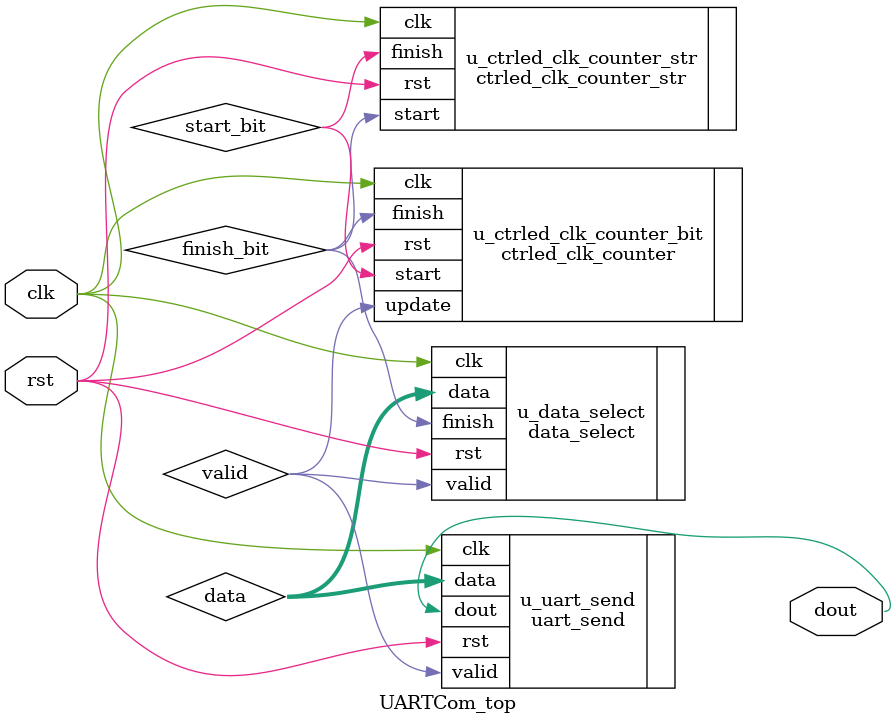
<source format=v>
module UARTCom_top(
    input clk,
    input rst,
    output dout  
);

    wire valid;

    wire start_bit;
    wire finish_bit ;

    ctrled_clk_counter #(
        .CNT_MAX(204160),
        .INIT(1)
    ) u_ctrled_clk_counter_bit(
        .clk(clk),
        .rst(rst),
        .start(start_bit),
        .finish(finish_bit),
        .update(valid)
    );

    ctrled_clk_counter_str #(
        .CNT_MAX(20000000),
        .INIT(0)
    ) u_ctrled_clk_counter_str(
        .clk(clk),
        .rst(rst),
        .start(finish_bit),
        .finish(start_bit)
    );

    wire [7:0] data;

    data_select u_data_select(
        .clk(clk),
        .rst(rst),
        .valid(valid),
        .finish(finish_bit),
        .data(data)
    );

    uart_send u_uart_send(
        .clk(clk),
        .rst(rst),
        .valid(valid),
        .data(data),
        .dout(dout)
    );

endmodule
</source>
